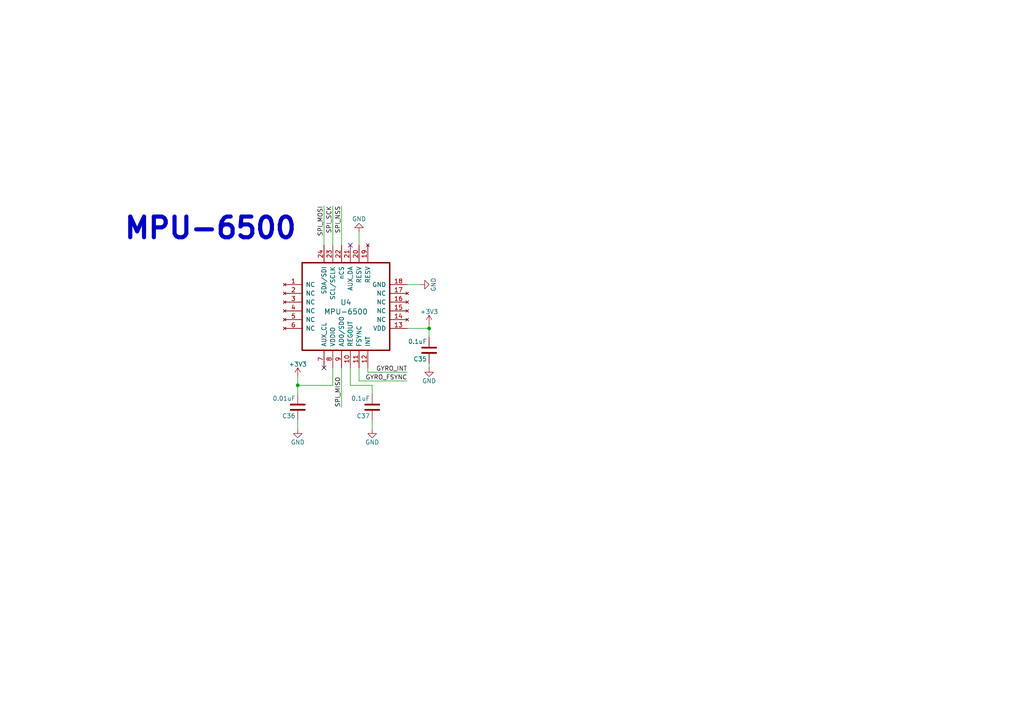
<source format=kicad_sch>
(kicad_sch (version 20231120) (generator "eeschema") (generator_version "8.0")
  (paper "A4")
  (lib_symbols
    (symbol "Device:C" (pin_numbers hide) (pin_names (offset 0.254))
      (property "Reference" "C" (at 0.635 2.54 0))
      (property "Value" "C" (at 0.635 -2.54 0))
      (symbol "C_0_1"
        (polyline (pts (xy -2.032 -0.762) (xy 2.032 -0.762)) (stroke (width 0.508)))
        (polyline (pts (xy -2.032 0.762) (xy 2.032 0.762)) (stroke (width 0.508)))
      )
      (symbol "C_1_1"
        (pin passive line (at 0 3.81 270) (length 2.794) (name "~") (number "1"))
        (pin passive line (at 0 -3.81 90) (length 2.794) (name "~") (number "2"))
      )
    )
    (symbol "PCB_ZoroBot_v3-rescue:+3.3V-power" (power) (pin_names (offset 0))
      (property "Value" "power_+3.3V" (at 0 3.556 0))
      (symbol "+3.3V-power_0_1"
        (polyline (pts (xy -0.762 1.27) (xy 0 2.54)))
        (polyline (pts (xy 0 0) (xy 0 2.54)))
        (polyline (pts (xy 0 2.54) (xy 0.762 1.27)))
      )
      (symbol "+3.3V-power_1_1"
        (pin power_in line (at 0 0 90) (length 0) hide (name "+3V3") (number "1"))
      )
    )
    (symbol "PCB_ZoroBot_v3-rescue:GND-power" (power) (pin_names (offset 0))
      (property "Value" "power_GND" (at 0 -3.81 0))
      (symbol "GND-power_0_1"
        (polyline (pts (xy 0 0) (xy 0 -1.27) (xy 1.27 -1.27) (xy 0 -2.54) (xy -1.27 -1.27) (xy 0 -1.27)))
      )
      (symbol "GND-power_1_1"
        (pin power_in line (at 0 0 270) (length 0) hide (name "GND") (number "1"))
      )
    )
    (symbol "PCB_ZoroBot_v3-rescue:MPU-6500-MPU-6500" (pin_names (offset 1.016))
      (property "Reference" "U" (at 20.32 36.83 0))
      (property "Value" "MPU-6500_MPU-6500" (at 20.32 34.29 0))
      (symbol "MPU-6500-MPU-6500_0_1"
        (rectangle (start -12.7 31.75) (end 12.7 6.35) (stroke (width 0.4064)))
      )
      (symbol "MPU-6500-MPU-6500_1_1"
        (pin no_connect line (at -17.78 25.4 0) (length 5.08) (name "NC") (number "1"))
        (pin bidirectional line (at 1.27 1.27 90) (length 5.08) (name "REGOUT") (number "10"))
        (pin bidirectional line (at 3.81 1.27 90) (length 5.08) (name "FSYNC") (number "11"))
        (pin bidirectional line (at 6.35 1.27 90) (length 5.08) (name "INT") (number "12"))
        (pin power_in line (at 17.78 12.7 180) (length 5.08) (name "VDD") (number "13"))
        (pin no_connect line (at 17.78 15.24 180) (length 5.08) (name "NC") (number "14"))
        (pin no_connect line (at 17.78 17.78 180) (length 5.08) (name "NC") (number "15"))
        (pin no_connect line (at 17.78 20.32 180) (length 5.08) (name "NC") (number "16"))
        (pin no_connect line (at 17.78 22.86 180) (length 5.08) (name "NC") (number "17"))
        (pin power_in line (at 17.78 25.4 180) (length 5.08) (name "GND") (number "18"))
        (pin no_connect line (at 6.35 36.83 270) (length 5.08) (name "RESV") (number "19"))
        (pin no_connect line (at -17.78 22.86 0) (length 5.08) (name "NC") (number "2"))
        (pin bidirectional line (at 3.81 36.83 270) (length 5.08) (name "RESV") (number "20"))
        (pin bidirectional line (at 1.27 36.83 270) (length 5.08) (name "AUX_DA") (number "21"))
        (pin bidirectional line (at -1.27 36.83 270) (length 5.08) (name "nCS") (number "22"))
        (pin bidirectional line (at -3.81 36.83 270) (length 5.08) (name "SCL/SCLK") (number "23"))
        (pin bidirectional line (at -6.35 36.83 270) (length 5.08) (name "SDA/SDI") (number "24"))
        (pin no_connect line (at -17.78 20.32 0) (length 5.08) (name "NC") (number "3"))
        (pin no_connect line (at -17.78 17.78 0) (length 5.08) (name "NC") (number "4"))
        (pin no_connect line (at -17.78 15.24 0) (length 5.08) (name "NC") (number "5"))
        (pin no_connect line (at -17.78 12.7 0) (length 5.08) (name "NC") (number "6"))
        (pin bidirectional line (at -6.35 1.27 90) (length 5.08) (name "AUX_CL") (number "7"))
        (pin power_in line (at -3.81 1.27 90) (length 5.08) (name "VDDIO") (number "8"))
        (pin bidirectional line (at -1.27 1.27 90) (length 5.08) (name "AD0/SDO") (number "9"))
      )
    )
  )
  (junction (at 86.36 111.76))
  (junction (at 124.46 95.25))
  (no_connect (at 101.6 71.12))
  (no_connect (at 93.98 106.68))
  (wire (pts (xy 124.46 95.25) (xy 124.46 93.98)))
  (wire (pts (xy 99.06 106.68) (xy 99.06 118.11)))
  (wire (pts (xy 104.14 67.31) (xy 104.14 71.12)))
  (wire (pts (xy 96.52 106.68) (xy 96.52 111.76)))
  (wire (pts (xy 124.46 95.25) (xy 124.46 97.79)))
  (wire (pts (xy 106.68 106.68) (xy 106.68 107.95)))
  (wire (pts (xy 121.92 82.55) (xy 118.11 82.55)))
  (wire (pts (xy 107.95 111.76) (xy 107.95 114.3)))
  (wire (pts (xy 107.95 121.92) (xy 107.95 124.46)))
  (wire (pts (xy 104.14 110.49) (xy 118.11 110.49)))
  (wire (pts (xy 96.52 71.12) (xy 96.52 59.69)))
  (wire (pts (xy 118.11 95.25) (xy 124.46 95.25)))
  (wire (pts (xy 93.98 71.12) (xy 93.98 59.69)))
  (wire (pts (xy 86.36 111.76) (xy 86.36 109.22)))
  (wire (pts (xy 99.06 71.12) (xy 99.06 59.69)))
  (wire (pts (xy 86.36 111.76) (xy 86.36 114.3)))
  (wire (pts (xy 101.6 106.68) (xy 101.6 111.76)))
  (wire (pts (xy 124.46 105.41) (xy 124.46 106.68)))
  (wire (pts (xy 104.14 106.68) (xy 104.14 110.49)))
  (wire (pts (xy 86.36 111.76) (xy 96.52 111.76)))
  (wire (pts (xy 86.36 121.92) (xy 86.36 124.46)))
  (wire (pts (xy 101.6 111.76) (xy 107.95 111.76)))
  (wire (pts (xy 106.68 107.95) (xy 118.11 107.95)))
  (text "MPU-6500" (at 35.56 69.85 0) (effects (font (size 5.9944 5.9944) (thickness 1.1989) (bold yes)) (justify left bottom)))
  (label "SPI_NSS" (at 99.06 59.69 270))
  (label "GYRO_FSYNC" (at 118.11 110.49 180))
  (label "SPI_SCK" (at 96.52 59.69 270))
  (label "SPI_MISO" (at 99.06 118.11 90))
  (label "GYRO_INT" (at 118.11 107.95 180))
  (label "SPI_MOSI" (at 93.98 59.69 270))
  (symbol (lib_id "Device:C") (at 124.46 101.6 180) (unit 1)
    (property "Reference" "C23" (at 123.825 104.14 0) (effects (justify left)))
    (property "Value" "0.1uF" (at 123.825 99.06 0) (effects (justify left)))
    (property "Footprint" "Capacitor_SMD:C_0805_2012Metric" (effects (hide yes)))
    (instances (project "ZoroBot3" (path "" (reference "C35") (unit 1)) (path "" (reference "C23") (unit 1)) (path "" (reference "C38") (unit 1))))
  )
  (symbol (lib_id "PCB_ZoroBot_v3-rescue:GND-power") (at 124.46 106.68 0) (unit 1)
    (property "Reference" "#PWR061" (effects (hide yes)))
    (property "Value" "GND" (at 124.46 110.49 0))
    (instances (project "ZoroBot3" (path "" (reference "#PWR070") (unit 1)) (path "" (reference "#PWR061") (unit 1)) (path "" (reference "#PWR077") (unit 1))))
  )
  (symbol (lib_id "PCB_ZoroBot_v3-rescue:GND-power") (at 121.92 82.55 90) (unit 1)
    (property "Reference" "#PWR057" (effects (hide yes)))
    (property "Value" "GND" (at 125.73 82.55 0))
    (instances (project "ZoroBot3" (path "" (reference "#PWR068") (unit 1)) (path "" (reference "#PWR057") (unit 1)) (path "" (reference "#PWR075") (unit 1))))
  )
  (symbol (lib_id "PCB_ZoroBot_v3-rescue:GND-power") (at 86.36 124.46 0) (unit 1)
    (property "Reference" "#PWR063" (effects (hide yes)))
    (property "Value" "GND" (at 86.36 128.27 0))
    (instances (project "ZoroBot3" (path "" (reference "#PWR072") (unit 1)) (path "" (reference "#PWR063") (unit 1)) (path "" (reference "#PWR079") (unit 1))))
  )
  (symbol (lib_id "PCB_ZoroBot_v3-rescue:+3.3V-power") (at 86.36 109.22 0) (unit 1)
    (property "Reference" "#PWR062" (effects (hide yes)))
    (property "Value" "+3V3" (at 86.36 105.664 0))
    (instances (project "ZoroBot3" (path "" (reference "#PWR071") (unit 1)) (path "" (reference "#PWR062") (unit 1)) (path "" (reference "#PWR078") (unit 1))))
  )
  (symbol (lib_id "Device:C") (at 86.36 118.11 180) (unit 1)
    (property "Reference" "C24" (at 85.725 120.65 0) (effects (justify left)))
    (property "Value" "0.01uF" (at 85.725 115.57 0) (effects (justify left)))
    (property "Footprint" "Capacitor_SMD:C_0805_2012Metric" (effects (hide yes)))
    (instances (project "ZoroBot3" (path "" (reference "C36") (unit 1)) (path "" (reference "C24") (unit 1)) (path "" (reference "C39") (unit 1))))
  )
  (symbol (lib_id "PCB_ZoroBot_v3-rescue:+3.3V-power") (at 124.46 93.98 0) (unit 1)
    (property "Reference" "#PWR060" (effects (hide yes)))
    (property "Value" "+3V3" (at 124.46 90.424 0))
    (instances (project "ZoroBot3" (path "" (reference "#PWR069") (unit 1)) (path "" (reference "#PWR060") (unit 1)) (path "" (reference "#PWR076") (unit 1))))
  )
  (symbol (lib_id "PCB_ZoroBot_v3-rescue:MPU-6500-MPU-6500") (at 100.33 107.95 0) (unit 1)
    (property "Reference" "U2" (at 100.33 87.7062 0) (effects (font (size 1.524 1.524))))
    (property "Value" "MPU-6500" (at 100.33 90.3986 0) (effects (font (size 1.524 1.524))))
    (property "Footprint" "Sensor_Motion:InvenSense_QFN-24_3x3mm_P0.4mm" (effects (hide yes)))
    (instances (project "ZoroBot3" (path "" (reference "U4") (unit 1)) (path "" (reference "U2") (unit 1)) (path "" (reference "U5") (unit 1))))
  )
  (symbol (lib_id "Device:C") (at 107.95 118.11 180) (unit 1)
    (property "Reference" "C25" (at 107.315 120.65 0) (effects (justify left)))
    (property "Value" "0.1uF" (at 107.315 115.57 0) (effects (justify left)))
    (property "Footprint" "Capacitor_SMD:C_0805_2012Metric" (effects (hide yes)))
    (instances (project "ZoroBot3" (path "" (reference "C37") (unit 1)) (path "" (reference "C25") (unit 1)) (path "" (reference "C40") (unit 1))))
  )
  (symbol (lib_id "PCB_ZoroBot_v3-rescue:GND-power") (at 104.14 67.31 180) (unit 1)
    (property "Reference" "#PWR054" (effects (hide yes)))
    (property "Value" "GND" (at 104.14 63.5 0))
    (instances (project "ZoroBot3" (path "" (reference "#PWR067") (unit 1)) (path "" (reference "#PWR054") (unit 1)) (path "" (reference "#PWR074") (unit 1))))
  )
  (symbol (lib_id "PCB_ZoroBot_v3-rescue:GND-power") (at 107.95 124.46 0) (unit 1)
    (property "Reference" "#PWR064" (effects (hide yes)))
    (property "Value" "GND" (at 107.95 128.27 0))
    (instances (project "ZoroBot3" (path "" (reference "#PWR073") (unit 1)) (path "" (reference "#PWR064") (unit 1)) (path "" (reference "#PWR080") (unit 1))))
  )
)
</source>
